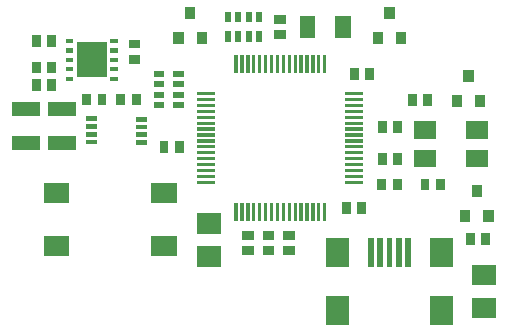
<source format=gbr>
G04 start of page 10 for group -4015 idx -4015 *
G04 Title: (unknown), toppaste *
G04 Creator: pcb 1.99z *
G04 CreationDate: Sun May  5 10:03:39 2013 UTC *
G04 For: matt *
G04 Format: Gerber/RS-274X *
G04 PCB-Dimensions (mil): 2165.35 1377.95 *
G04 PCB-Coordinate-Origin: lower left *
%MOIN*%
%FSLAX25Y25*%
%LNTOPPASTE*%
%ADD139R,0.0197X0.0197*%
%ADD138R,0.0787X0.0787*%
%ADD137R,0.0512X0.0512*%
%ADD136R,0.0572X0.0572*%
%ADD135R,0.0340X0.0340*%
%ADD134R,0.0690X0.0690*%
%ADD133R,0.0659X0.0659*%
%ADD132R,0.0200X0.0200*%
%ADD131R,0.1004X0.1004*%
%ADD130R,0.0138X0.0138*%
%ADD129R,0.0472X0.0472*%
%ADD128R,0.0110X0.0110*%
%ADD127R,0.0160X0.0160*%
%ADD126R,0.0295X0.0295*%
G54D126*X43504Y88917D02*Y87933D01*
X38386Y88917D02*Y87933D01*
X26772Y93838D02*Y92854D01*
X21654Y93838D02*Y92854D01*
G54D127*X55678Y74173D02*X57878D01*
X55678Y76773D02*X57878D01*
X55678Y79273D02*X57878D01*
X55678Y81873D02*X57878D01*
X38978Y81973D02*X41178D01*
X38978Y79373D02*X41178D01*
X38978Y76873D02*X41178D01*
X38978Y74273D02*X41178D01*
G54D126*X130118Y52697D02*Y51713D01*
X125000Y52697D02*Y51713D01*
X136811Y60571D02*Y59587D01*
X141929Y60571D02*Y59587D01*
X64173Y73169D02*Y72185D01*
X69291Y73169D02*Y72185D01*
X91634Y38032D02*X92618D01*
X91634Y43150D02*X92618D01*
X105414Y38032D02*X106398D01*
X105414Y43150D02*X106398D01*
X136890Y69153D02*Y68169D01*
X142008Y69153D02*Y68169D01*
X102264Y110079D02*X103248D01*
X102264Y115197D02*X103248D01*
G54D128*X75858Y90354D02*X80756D01*
X75858Y88386D02*X80756D01*
X75858Y86417D02*X80756D01*
X75858Y84449D02*X80756D01*
X75858Y82480D02*X80756D01*
X75858Y80512D02*X80756D01*
X75858Y78543D02*X80756D01*
X75858Y76575D02*X80756D01*
X75858Y74606D02*X80756D01*
X75858Y72638D02*X80756D01*
X75858Y70669D02*X80756D01*
X75858Y68701D02*X80756D01*
X75858Y66732D02*X80756D01*
X75858Y64764D02*X80756D01*
X75858Y62795D02*X80756D01*
X75858Y60827D02*X80756D01*
X88229Y53355D02*Y48457D01*
X90197Y53355D02*Y48457D01*
X92166Y53355D02*Y48457D01*
X94134Y53355D02*Y48457D01*
X96103Y53355D02*Y48457D01*
X98071Y53355D02*Y48457D01*
X100040Y53355D02*Y48457D01*
X102008Y53355D02*Y48457D01*
X103977Y53355D02*Y48457D01*
X105945Y53355D02*Y48457D01*
X107914Y53355D02*Y48457D01*
X109882Y53355D02*Y48457D01*
X111851Y53355D02*Y48457D01*
X113819Y53355D02*Y48457D01*
X115788Y53355D02*Y48457D01*
X117756Y53355D02*Y48457D01*
X125228Y60828D02*X130126D01*
X125228Y62796D02*X130126D01*
X125228Y64765D02*X130126D01*
X125228Y66733D02*X130126D01*
X125228Y68702D02*X130126D01*
X125228Y70670D02*X130126D01*
X125228Y72639D02*X130126D01*
X125228Y74607D02*X130126D01*
X125228Y76576D02*X130126D01*
X125228Y78544D02*X130126D01*
X125228Y80513D02*X130126D01*
X125228Y82481D02*X130126D01*
X125228Y84450D02*X130126D01*
X125228Y86418D02*X130126D01*
X125228Y88387D02*X130126D01*
X125228Y90355D02*X130126D01*
X117755Y102725D02*Y97827D01*
X115787Y102725D02*Y97827D01*
X113818Y102725D02*Y97827D01*
X111850Y102725D02*Y97827D01*
X109881Y102725D02*Y97827D01*
X107913Y102725D02*Y97827D01*
X105944Y102725D02*Y97827D01*
X103976Y102725D02*Y97827D01*
X102007Y102725D02*Y97827D01*
X100039Y102725D02*Y97827D01*
X98070Y102725D02*Y97827D01*
X96102Y102725D02*Y97827D01*
X94133Y102725D02*Y97827D01*
X92165Y102725D02*Y97827D01*
X90196Y102725D02*Y97827D01*
X88228Y102725D02*Y97827D01*
G54D126*X151181Y60571D02*Y59587D01*
X156299Y60571D02*Y59587D01*
X142126Y79862D02*Y78878D01*
X137008Y79862D02*Y78878D01*
X54921Y88917D02*Y87933D01*
X49803Y88917D02*Y87933D01*
X98524Y38032D02*X99508D01*
X98524Y43150D02*X99508D01*
X21654Y108405D02*Y107421D01*
X26772Y108405D02*Y107421D01*
G54D129*X27735Y85254D02*X32459D01*
X27735Y73837D02*X32459D01*
X15924Y85254D02*X20648D01*
X15924Y73837D02*X20648D01*
G54D130*X32087Y95315D02*X33268D01*
X32087Y98465D02*X33268D01*
X32087Y101614D02*X33268D01*
X32087Y104764D02*X33268D01*
X32087Y107913D02*X33268D01*
G54D131*X40157Y102402D02*Y100827D01*
G54D130*X47047Y107913D02*X48228D01*
X47047Y104764D02*X48228D01*
X47047Y101614D02*X48228D01*
X47047Y98465D02*X48228D01*
X47047Y95315D02*X48228D01*
G54D126*X53839Y106929D02*X54823D01*
X53839Y101811D02*X54823D01*
X127559Y97382D02*Y96398D01*
X132677Y97382D02*Y96398D01*
X26772Y99547D02*Y98563D01*
X21654Y99547D02*Y98563D01*
G54D132*X95945Y116638D02*Y115138D01*
X92445Y116638D02*Y115138D01*
X88945Y116638D02*Y115138D01*
X85445Y116638D02*Y115138D01*
Y110138D02*Y108638D01*
X88945Y110138D02*Y108638D01*
X92445Y110138D02*Y108638D01*
X95945Y110138D02*Y108638D01*
X61748Y96969D02*X63248D01*
X61748Y93469D02*X63248D01*
X61748Y89969D02*X63248D01*
X61748Y86469D02*X63248D01*
X68248D02*X69748D01*
X68248Y89969D02*X69748D01*
X68248Y93469D02*X69748D01*
X68248Y96969D02*X69748D01*
G54D133*X63189Y57126D02*X65157D01*
X27362D02*X29331D01*
G54D134*X78534Y47075D02*X79734D01*
X78534Y36075D02*X79734D01*
G54D135*X161811Y88331D02*Y87731D01*
X169611Y88331D02*Y87731D01*
X165711Y96531D02*Y95931D01*
X164567Y49946D02*Y49346D01*
X172367Y49946D02*Y49346D01*
X168467Y58146D02*Y57546D01*
G54D126*X166339Y42461D02*Y41477D01*
X171457Y42461D02*Y41477D01*
G54D136*X150472Y68819D02*X152047D01*
X150472Y78268D02*X152047D01*
X167795Y68819D02*X169370D01*
X167795Y78268D02*X169370D01*
G54D133*X63189Y39606D02*X65157D01*
X27362D02*X29331D01*
G54D126*X147047Y88720D02*Y87736D01*
X152165Y88720D02*Y87736D01*
G54D137*X112008Y113779D02*Y111417D01*
X123818Y113779D02*Y111417D01*
G54D135*X69016Y109237D02*Y108637D01*
X76816Y109237D02*Y108637D01*
X72916Y117437D02*Y116837D01*
X135433Y109198D02*Y108598D01*
X143233Y109198D02*Y108598D01*
X139333Y117398D02*Y116798D01*
G54D138*X156693Y38425D02*Y36457D01*
X122048Y38425D02*Y36457D01*
G54D139*X133070Y41378D02*Y33504D01*
X136220Y41378D02*Y33504D01*
X139370Y41378D02*Y33504D01*
X142520Y41378D02*Y33504D01*
X145670Y41378D02*Y33504D01*
G54D138*X156693Y19133D02*Y17165D01*
X122048Y19133D02*Y17165D01*
G54D134*X170266Y29949D02*X171466D01*
X170266Y18949D02*X171466D01*
M02*

</source>
